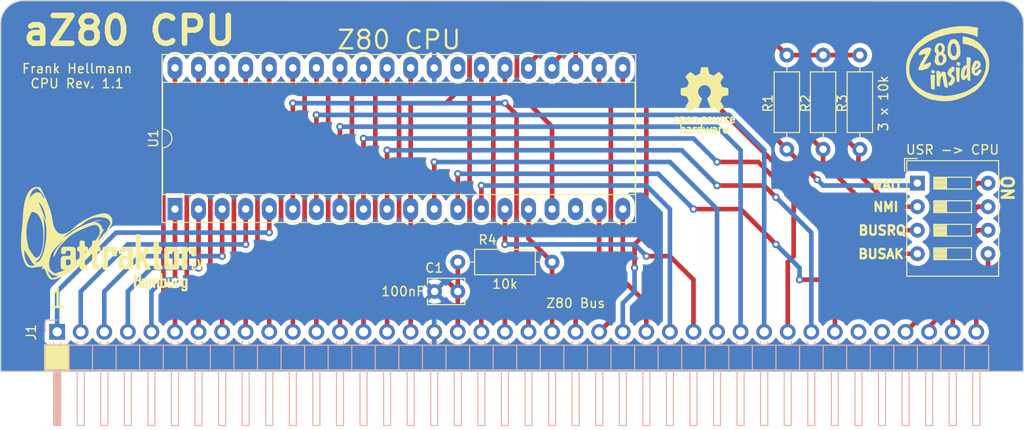
<source format=kicad_pcb>
(kicad_pcb (version 20240108) (generator "pcbnew") (generator_version "8.0")
  (layers (0 "F.Cu" signal) (31 "B.Cu" signal) (34 "B.Paste" user) (35 "F.Paste" user) (36 "B.SilkS" user "B.Silkscreen") (37 "F.SilkS" user "F.Silkscreen") (38 "B.Mask" user) (39 "F.Mask" user) (44 "Edge.Cuts" user))
  (net 0 "")
  (net 1 "/USR4")
  (net 2 "/USR3")
  (net 3 "/USR2")
  (net 4 "/USR1")
  (net 5 "/RX")
  (net 6 "/TX")
  (net 7 "/D7")
  (net 8 "/D6")
  (net 9 "/D5")
  (net 10 "/D4")
  (net 11 "/D3")
  (net 12 "/D2")
  (net 13 "/D1")
  (net 14 "/D0")
  (net 15 "/IORQ")
  (net 16 "/RD")
  (net 17 "/WR")
  (net 18 "/MREQ")
  (net 19 "INT")
  (net 20 "/CLOCK")
  (net 21 "/RESET")
  (net 22 "/M1")
  (net 23 "VCC")
  (net 24 "GND")
  (net 25 "/A0")
  (net 26 "/A1")
  (net 27 "/A2")
  (net 28 "/A3")
  (net 29 "/A4")
  (net 30 "/A5")
  (net 31 "/A6")
  (net 32 "/A7")
  (net 33 "/A8")
  (net 34 "/A9")
  (net 35 "/A10")
  (net 36 "/A11")
  (net 37 "/A12")
  (net 38 "/A13")
  (net 39 "/A14")
  (net 40 "/A15")
  (net 41 "WAIT")
  (net 42 "BUSRQ")
  (net 43 "NMI")
  (net 44 "BUSAK")
  (net 45 "HALT")
  (net 46 "RFRSH")
  (footprint "Resistor_THT:R_Axial_DIN0207_L6.3mm_D2.5mm_P10.16mm_Horizontal" (layer "F.Cu") (at 132.18 102.465)
    (property "Reference" "R4" (at 3.202 -2.389 0) (layer "F.SilkS"))
    (property "Value" "10k" (at 5.08 2.37 0) (layer "F.SilkS"))
    (pad "1" thru_hole circle (at 0 0) (size 1.6 1.6) (drill 0.8) (layers "*.Cu" "*.Mask") (net 23 "VCC"))
    (pad "2" thru_hole oval (at 10.16 0) (size 1.6 1.6) (drill 0.8) (layers "*.Cu" "*.Mask") (net 19 "INT"))
  )
  (footprint "Button_Switch_THT:SW_DIP_SPSTx04_Slide_9.78x12.34mm_W7.62mm_P2.54mm" (layer "F.Cu") (at 181.71 93.95)
    (property "Reference" "USR -> CPU" (at 3.79 -3.6 0) (layer "F.SilkS"))
    (property "Value" "Select USR")
    (pad "1" thru_hole rect (at 0 0) (size 1.6 1.6) (drill 0.8) (layers "*.Cu" "*.Mask") (net 41 "WAIT"))
    (pad "2" thru_hole oval (at 0 2.54) (size 1.6 1.6) (drill 0.8) (layers "*.Cu" "*.Mask") (net 43 "NMI"))
    (pad "3" thru_hole oval (at 0 5.08) (size 1.6 1.6) (drill 0.8) (layers "*.Cu" "*.Mask") (net 42 "BUSRQ"))
    (pad "4" thru_hole oval (at 0 7.62) (size 1.6 1.6) (drill 0.8) (layers "*.Cu" "*.Mask") (net 44 "BUSAK"))
    (pad "5" thru_hole oval (at 7.62 7.62) (size 1.6 1.6) (drill 0.8) (layers "*.Cu" "*.Mask") (net 1 "/USR4"))
    (pad "6" thru_hole oval (at 7.62 5.08) (size 1.6 1.6) (drill 0.8) (layers "*.Cu" "*.Mask") (net 2 "/USR3"))
    (pad "7" thru_hole oval (at 7.62 2.54) (size 1.6 1.6) (drill 0.8) (layers "*.Cu" "*.Mask") (net 3 "/USR2"))
    (pad "8" thru_hole oval (at 7.62 0) (size 1.6 1.6) (drill 0.8) (layers "*.Cu" "*.Mask") (net 4 "/USR1"))
  )
  (footprint "Package_DIP:DIP-40_W15.24mm_Socket_LongPads" (layer "F.Cu") (at 101.7 96.75 90)
    (property "Reference" "U1" (at 7.62 -2.33 90) (layer "F.SilkS"))
    (property "Value" "Z80CPU")
    (pad "1" thru_hole rect (at 0 0 90) (size 2.4 1.6) (drill 0.8) (layers "*.Cu" "*.Mask") (net 36 "/A11"))
    (pad "2" thru_hole oval (at 0 2.54 90) (size 2.4 1.6) (drill 0.8) (layers "*.Cu" "*.Mask") (net 37 "/A12"))
    (pad "3" thru_hole oval (at 0 5.08 90) (size 2.4 1.6) (drill 0.8) (layers "*.Cu" "*.Mask") (net 38 "/A13"))
    (pad "4" thru_hole oval (at 0 7.62 90) (size 2.4 1.6) (drill 0.8) (layers "*.Cu" "*.Mask") (net 39 "/A14"))
    (pad "5" thru_hole oval (at 0 10.16 90) (size 2.4 1.6) (drill 0.8) (layers "*.Cu" "*.Mask") (net 40 "/A15"))
    (pad "6" thru_hole oval (at 0 12.7 90) (size 2.4 1.6) (drill 0.8) (layers "*.Cu" "*.Mask") (net 20 "/CLOCK"))
    (pad "7" thru_hole oval (at 0 15.24 90) (size 2.4 1.6) (drill 0.8) (layers "*.Cu" "*.Mask") (net 10 "/D4"))
    (pad "8" thru_hole oval (at 0 17.78 90) (size 2.4 1.6) (drill 0.8) (layers "*.Cu" "*.Mask") (net 11 "/D3"))
    (pad "9" thru_hole oval (at 0 20.32 90) (size 2.4 1.6) (drill 0.8) (layers "*.Cu" "*.Mask") (net 9 "/D5"))
    (pad "10" thru_hole oval (at 0 22.86 90) (size 2.4 1.6) (drill 0.8) (layers "*.Cu" "*.Mask") (net 8 "/D6"))
    (pad "11" thru_hole oval (at 0 25.4 90) (size 2.4 1.6) (drill 0.8) (layers "*.Cu" "*.Mask") (net 23 "VCC"))
    (pad "12" thru_hole oval (at 0 27.94 90) (size 2.4 1.6) (drill 0.8) (layers "*.Cu" "*.Mask") (net 12 "/D2"))
    (pad "13" thru_hole oval (at 0 30.48 90) (size 2.4 1.6) (drill 0.8) (layers "*.Cu" "*.Mask") (net 7 "/D7"))
    (pad "14" thru_hole oval (at 0 33.02 90) (size 2.4 1.6) (drill 0.8) (layers "*.Cu" "*.Mask") (net 14 "/D0"))
    (pad "15" thru_hole oval (at 0 35.56 90) (size 2.4 1.6) (drill 0.8) (layers "*.Cu" "*.Mask") (net 13 "/D1"))
    (pad "16" thru_hole oval (at 0 38.1 90) (size 2.4 1.6) (drill 0.8) (layers "*.Cu" "*.Mask") (net 19 "INT"))
    (pad "17" thru_hole oval (at 0 40.64 90) (size 2.4 1.6) (drill 0.8) (layers "*.Cu" "*.Mask") (net 43 "NMI"))
    (pad "18" thru_hole oval (at 0 43.18 90) (size 2.4 1.6) (drill 0.8) (layers "*.Cu" "*.Mask") (net 45 "HALT"))
    (pad "19" thru_hole oval (at 0 45.72 90) (size 2.4 1.6) (drill 0.8) (layers "*.Cu" "*.Mask") (net 18 "/MREQ"))
    (pad "20" thru_hole oval (at 0 48.26 90) (size 2.4 1.6) (drill 0.8) (layers "*.Cu" "*.Mask") (net 15 "/IORQ"))
    (pad "21" thru_hole oval (at 15.24 48.26 90) (size 2.4 1.6) (drill 0.8) (layers "*.Cu" "*.Mask") (net 16 "/RD"))
    (pad "22" thru_hole oval (at 15.24 45.72 90) (size 2.4 1.6) (drill 0.8) (layers "*.Cu" "*.Mask") (net 17 "/WR"))
    (pad "23" thru_hole oval (at 15.24 43.18 90) (size 2.4 1.6) (drill 0.8) (layers "*.Cu" "*.Mask") (net 44 "BUSAK"))
    (pad "24" thru_hole oval (at 15.24 40.64 90) (size 2.4 1.6) (drill 0.8) (layers "*.Cu" "*.Mask") (net 41 "WAIT"))
    (pad "25" thru_hole oval (at 15.24 38.1 90) (size 2.4 1.6) (drill 0.8) (layers "*.Cu" "*.Mask") (net 42 "BUSRQ"))
    (pad "26" thru_hole oval (at 15.24 35.56 90) (size 2.4 1.6) (drill 0.8) (layers "*.Cu" "*.Mask") (net 21 "/RESET"))
    (pad "27" thru_hole oval (at 15.24 33.02 90) (size 2.4 1.6) (drill 0.8) (layers "*.Cu" "*.Mask") (net 22 "/M1"))
    (pad "28" thru_hole oval (at 15.24 30.48 90) (size 2.4 1.6) (drill 0.8) (layers "*.Cu" "*.Mask") (net 46 "RFRSH"))
    (pad "29" thru_hole oval (at 15.24 27.94 90) (size 2.4 1.6) (drill 0.8) (layers "*.Cu" "*.Mask") (net 24 "GND"))
    (pad "30" thru_hole oval (at 15.24 25.4 90) (size 2.4 1.6) (drill 0.8) (layers "*.Cu" "*.Mask") (net 25 "/A0"))
    (pad "31" thru_hole oval (at 15.24 22.86 90) (size 2.4 1.6) (drill 0.8) (layers "*.Cu" "*.Mask") (net 26 "/A1"))
    (pad "32" thru_hole oval (at 15.24 20.32 90) (size 2.4 1.6) (drill 0.8) (layers "*.Cu" "*.Mask") (net 27 "/A2"))
    (pad "33" thru_hole oval (at 15.24 17.78 90) (size 2.4 1.6) (drill 0.8) (layers "*.Cu" "*.Mask") (net 28 "/A3"))
    (pad "34" thru_hole oval (at 15.24 15.24 90) (size 2.4 1.6) (drill 0.8) (layers "*.Cu" "*.Mask") (net 29 "/A4"))
    (pad "35" thru_hole oval (at 15.24 12.7 90) (size 2.4 1.6) (drill 0.8) (layers "*.Cu" "*.Mask") (net 30 "/A5"))
    (pad "36" thru_hole oval (at 15.24 10.16 90) (size 2.4 1.6) (drill 0.8) (layers "*.Cu" "*.Mask") (net 31 "/A6"))
    (pad "37" thru_hole oval (at 15.24 7.62 90) (size 2.4 1.6) (drill 0.8) (layers "*.Cu" "*.Mask") (net 32 "/A7"))
    (pad "38" thru_hole oval (at 15.24 5.08 90) (size 2.4 1.6) (drill 0.8) (layers "*.Cu" "*.Mask") (net 33 "/A8"))
    (pad "39" thru_hole oval (at 15.24 2.54 90) (size 2.4 1.6) (drill 0.8) (layers "*.Cu" "*.Mask") (net 34 "/A9"))
    (pad "40" thru_hole oval (at 15.24 0 90) (size 2.4 1.6) (drill 0.8) (layers "*.Cu" "*.Mask") (net 35 "/A10"))
  )
  (footprint "Capacitor_THT:C_Disc_D3.8mm_W2.6mm_P2.50mm" (layer "F.Cu") (at 132.18 105.64 180)
    (property "Reference" "C1" (at 2.54 2.54 0) (layer "F.SilkS"))
    (property "Value" "100nF" (at 5.93 0 0) (layer "F.SilkS"))
    (pad "1" thru_hole circle (at 0 0 180) (size 1.6 1.6) (drill 0.8) (layers "*.Cu" "*.Mask") (net 23 "VCC"))
    (pad "2" thru_hole circle (at 2.5 0 180) (size 1.6 1.6) (drill 0.8) (layers "*.Cu" "*.Mask") (net 24 "GND"))
  )
  (footprint "Resistor_THT:R_Axial_DIN0207_L6.3mm_D2.5mm_P10.16mm_Horizontal" (layer "F.Cu") (at 171.55 80.137 -90)
    (property "Reference" "R2" (at 5.207 1.878 90) (layer "F.SilkS"))
    (property "Value" "10k")
    (pad "1" thru_hole circle (at 0 0 270) (size 1.6 1.6) (drill 0.8) (layers "*.Cu" "*.Mask") (net 23 "VCC"))
    (pad "2" thru_hole oval (at 10.16 0 270) (size 1.6 1.6) (drill 0.8) (layers "*.Cu" "*.Mask") (net 42 "BUSRQ"))
  )
  (footprint "Resistor_THT:R_Axial_DIN0207_L6.3mm_D2.5mm_P10.16mm_Horizontal" (layer "F.Cu") (at 175.514 80.137 -90)
    (property "Reference" "R3" (at 5.207 1.905 90) (layer "F.SilkS"))
    (property "Value" "3 x 10k" (at 5.207 -2.54 90) (layer "F.SilkS"))
    (pad "1" thru_hole circle (at 0 0 270) (size 1.6 1.6) (drill 0.8) (layers "*.Cu" "*.Mask") (net 23 "VCC"))
    (pad "2" thru_hole oval (at 10.16 0 270) (size 1.6 1.6) (drill 0.8) (layers "*.Cu" "*.Mask") (net 43 "NMI"))
  )
  (footprint "Backplane:attraktor" (layer "F.Cu") (at 95 100.2)
    (property "Reference" "G***" (hide yes))
    (property "Value" "LOGO" (hide yes))
  )
  (footprint "Backplane:osh_logo" (layer "F.Cu") (at 158.75 85.217)
    (property "Reference" "G***" (hide yes))
    (property "Value" "LOGO" (hide yes))
  )
  (footprint "Backplane:Z80_inside" (layer "F.Cu") (at 184.95 81)
    (property "Reference" "G***" (hide yes))
    (property "Value" "LOGO" (hide yes))
  )
  (footprint "Resistor_THT:R_Axial_DIN0207_L6.3mm_D2.5mm_P10.16mm_Horizontal" (layer "F.Cu") (at 167.64 80.137 -90)
    (property "Reference" "R1" (at 5.207 2.032 90) (layer "F.SilkS"))
    (property "Value" "10k")
    (pad "1" thru_hole circle (at 0 0 270) (size 1.6 1.6) (drill 0.8) (layers "*.Cu" "*.Mask") (net 23 "VCC"))
    (pad "2" thru_hole oval (at 10.16 0 270) (size 1.6 1.6) (drill 0.8) (layers "*.Cu" "*.Mask") (net 41 "WAIT"))
  )
  (footprint "Connector_PinHeader_2.54mm:PinHeader_1x40_P2.54mm_Horizontal" (layer "B.Cu") (at 89 110 -90)
    (property "Reference" "J1" (at 0.05 2.8 90) (layer "F.SilkS"))
    (property "Value" "Z80 Bus" (at -3.09 -55.88 0) (layer "F.SilkS"))
    (pad "1" thru_hole rect (at 0 0 270) (size 1.7 1.7) (drill 1) (layers "*.Cu" "*.Mask") (net 40 "/A15"))
    (pad "2" thru_hole oval (at 0 -2.54 270) (size 1.7 1.7) (drill 1) (layers "*.Cu" "*.Mask") (net 39 "/A14"))
    (pad "3" thru_hole oval (at 0 -5.08 270) (size 1.7 1.7) (drill 1) (layers "*.Cu" "*.Mask") (net 38 "/A13"))
    (pad "4" thru_hole oval (at 0 -7.62 270) (size 1.7 1.7) (drill 1) (layers "*.Cu" "*.Mask") (net 37 "/A12"))
    (pad "5" thru_hole oval (at 0 -10.16 270) (size 1.7 1.7) (drill 1) (layers "*.Cu" "*.Mask") (net 36 "/A11"))
    (pad "6" thru_hole oval (at 0 -12.7 270) (size 1.7 1.7) (drill 1) (layers "*.Cu" "*.Mask") (net 35 "/A10"))
    (pad "7" thru_hole oval (at 0 -15.24 270) (size 1.7 1.7) (drill 1) (layers "*.Cu" "*.Mask") (net 34 "/A9"))
    (pad "8" thru_hole oval (at 0 -17.78 270) (size 1.7 1.7) (drill 1) (layers "*.Cu" "*.Mask") (net 33 "/A8"))
    (pad "9" thru_hole oval (at 0 -20.32 270) (size 1.7 1.7) (drill 1) (layers "*.Cu" "*.Mask") (net 32 "/A7"))
    (pad "10" thru_hole oval (at 0 -22.86 270) (size 1.7 1.7) (drill 1) (layers "*.Cu" "*.Mask") (net 31 "/A6"))
    (pad "11" thru_hole oval (at 0 -25.4 270) (size 1.7 1.7) (drill 1) (layers "*.Cu" "*.Mask") (net 30 "/A5"))
    (pad "12" thru_hole oval (at 0 -27.94 270) (size 1.7 1.7) (drill 1) (layers "*.Cu" "*.Mask") (net 29 "/A4"))
    (pad "13" thru_hole oval (at 0 -30.48 270) (size 1.7 1.7) (drill 1) (layers "*.Cu" "*.Mask") (net 28 "/A3"))
    (pad "14" thru_hole oval (at 0 -33.02 270) (size 1.7 1.7) (drill 1) (layers "*.Cu" "*.Mask") (net 27 "/A2"))
    (pad "15" thru_hole oval (at 0 -35.56 270) (size 1.7 1.7) (drill 1) (layers "*.Cu" "*.Mask") (net 26 "/A1"))
    (pad "16" thru_hole oval (at 0 -38.1 270) (size 1.7 1.7) (drill 1) (layers "*.Cu" "*.Mask") (net 25 "/A0"))
    (pad "17" thru_hole oval (at 0 -40.64 270) (size 1.7 1.7) (drill 1) (layers "*.Cu" "*.Mask") (net 24 "GND"))
    (pad "18" thru_hole oval (at 0 -43.18 270) (size 1.7 1.7) (drill 1) (layers "*.Cu" "*.Mask") (net 23 "VCC"))
    (pad "19" thru_hole oval (at 0 -45.72 270) (size 1.7 1.7) (drill 1) (layers "*.Cu" "*.Mask") (net 22 "/M1"))
    (pad "20" thru_hole oval (at 0 -48.26 270) (size 1.7 1.7) (drill 1) (layers "*.Cu" "*.Mask") (net 21 "/RESET"))
    (pad "21" thru_hole oval (at 0 -50.8 270) (size 1.7 1.7) (drill 1) (layers "*.Cu" "*.Mask") (net 20 "/CLOCK"))
    (pad "22" thru_hole oval (at 0 -53.34 270) (size 1.7 1.7) (drill 1) (layers "*.Cu" "*.Mask") (net 19 "INT"))
    (pad "23" thru_hole oval (at 0 -55.88 270) (size 1.7 1.7) (drill 1) (layers "*.Cu" "*.Mask") (net 18 "/MREQ"))
    (pad "24" thru_hole oval (at 0 -58.42 270) (size 1.7 1.7) (drill 1) (layers "*.Cu" "*.Mask") (net 17 "/WR"))
    (pad "25" thru_hole oval (at 0 -60.96 270) (size 1.7 1.7) (drill 1) (layers "*.Cu" "*.Mask") (net 16 "/RD"))
    (pad "26" thru_hole oval (at 0 -63.5 270) (size 1.7 1.7) (drill 1) (layers "*.Cu" "*.Mask") (net 15 "/IORQ"))
    (pad "27" thru_hole oval (at 0 -66.04 270) (size 1.7 1.7) (drill 1) (layers "*.Cu" "*.Mask") (net 14 "/D0"))
    (pad "28" thru_hole oval (at 0 -68.58 270) (size 1.7 1.7) (drill 1) (layers "*.Cu" "*.Mask") (net 13 "/D1"))
    (pad "29" thru_hole oval (at 0 -71.12 270) (size 1.7 1.7) (drill 1) (layers "*.Cu" "*.Mask") (net 12 "/D2"))
    (pad "30" thru_hole oval (at 0 -73.66 270) (size 1.7 1.7) (drill 1) (layers "*.Cu" "*.Mask") (net 11 "/D3"))
    (pad "31" thru_hole oval (at 0 -76.2 270) (size 1.7 1.7) (drill 1) (layers "*.Cu" "*.Mask") (net 10 "/D4"))
    (pad "32" thru_hole oval (at 0 -78.74 270) (size 1.7 1.7) (drill 1) (layers "*.Cu" "*.Mask") (net 9 "/D5"))
    (pad "33" thru_hole oval (at 0 -81.28 270) (size 1.7 1.7) (drill 1) (layers "*.Cu" "*.Mask") (net 8 "/D6"))
    (pad "34" thru_hole oval (at 0 -83.82 270) (size 1.7 1.7) (drill 1) (layers "*.Cu" "*.Mask") (net 7 "/D7"))
    (pad "35" thru_hole oval (at 0 -86.36 270) (size 1.7 1.7) (drill 1) (layers "*.Cu" "*.Mask") (net 6 "/TX"))
    (pad "36" thru_hole oval (at 0 -88.9 270) (size 1.7 1.7) (drill 1) (layers "*.Cu" "*.Mask") (net 5 "/RX"))
    (pad "37" thru_hole oval (at 0 -91.44 270) (size 1.7 1.7) (drill 1) (layers "*.Cu" "*.Mask") (net 4 "/USR1"))
    (pad "38" thru_hole oval (at 0 -93.98 270) (size 1.7 1.7) (drill 1) (layers "*.Cu" "*.Mask") (net 3 "/USR2"))
    (pad "39" thru_hole oval (at 0 -96.52 270) (size 1.7 1.7) (drill 1) (layers "*.Cu" "*.Mask") (net 2 "/USR3"))
    (pad "40" thru_hole oval (at 0 -99.06 270) (size 1.7 1.7) (drill 1) (layers "*.Cu" "*.Mask") (net 1 "/USR4"))
  )
  (gr_poly (pts (xy 87.63 111.379) (xy 90.297 111.379) (xy 90.297 114.173) (xy 87.63 114.173)) (stroke (width 0.1)) (fill solid) (layer "F.SilkS"))
  (gr_arc (start 82.9 76.75) (mid 83.632233 74.982233) (end 85.4 74.25) (stroke (width 0.12)) (layer "Edge.Cuts"))
  (gr_arc (start 190.66 74.26) (mid 192.420696 74.989304) (end 193.15 76.75) (stroke (width 0.12)) (layer "Edge.Cuts"))
  (gr_line (start 85.4 74.25) (end 190.66 74.26) (stroke (width 0.12)) (layer "Edge.Cuts"))
  (gr_line (start 82.9 114.276) (end 82.9 76.75) (stroke (width 0.12)) (layer "Edge.Cuts"))
  (gr_line (start 193.15 76.75) (end 193.14 114.276) (stroke (width 0.12)) (layer "Edge.Cuts"))
  (gr_line (start 193.14 114.276) (end 82.904 114.276) (stroke (width 0.12)) (layer "Edge.Cuts"))
  (gr_text "BUSAK" (at 177.8 101.6 0) (layer "F.SilkS") (effects (font (size 1 1) (thickness 0.25))))
  (gr_text "aZ80 CPU" (at 96.8 77.5 0) (layer "F.SilkS") (effects (font (size 3 3) (thickness 0.6))))
  (gr_text "NMI" (at 178.308 96.52 0) (layer "F.SilkS") (effects (font (size 1 1) (thickness 0.25))))
  (gr_text "BUSRQ\n" (at 177.927 99.06 0) (layer "F.SilkS") (effects (font (size 1 1) (thickness 0.25))))
  (gr_text "Z80 CPU" (at 125.857 78.486 0) (layer "F.SilkS") (effects (font (size 2 2) (thickness 0.25))))
  (gr_text "WAIT" (at 178.435 94.107 0) (layer "F.SilkS") (effects (font (size 1 1) (thickness 0.25))))
  (gr_text "Frank Hellmann\nCPU Rev. 1.1" (at 91.15 82.4 0) (layer "F.SilkS") (effects (font (size 1 1))))
  (gr_text "1" (at 89.05 106.4 0) (layer "F.SilkS") (effects (font (size 2 2) (thickness 0.25))))
  (gr_text "ON" (at 191.389 94.488 270) (layer "F.SilkS") (effects (font (size 1.25 1.25) (thickness 0.3))))
  (segment (start 188.06 108.18) (end 188.06 110) (width 0.5) (layer "F.Cu") (net 1))
  (segment (start 189.33 101.57) (end 189.33 106.91) (width 0.5) (layer "F.Cu") (net 1))
  (segment (start 189.33 106.91) (end 188.06 108.18) (width 0.5) (layer "F.Cu") (net 1))
  (segment (start 186.79 106.91) (end 185.52 108.18) (width 0.5) (layer "F.Cu") (net 2))
  (segment (start 186.79 100.43863) (end 186.79 106.91) (width 0.5) (layer "F.Cu") (net 2))
  (segment (start 185.52 108.18) (end 185.52 110) (width 0.5) (layer "F.Cu") (net 2))
  (segment (start 188.19863 99.03) (end 186.79 100.43863) (width 0.5) (layer "F.Cu") (net 2))
  (segment (start 189.33 99.03) (end 188.19863 99.03) (width 0.5) (layer "F.Cu") (net 2))
  (segment (start 189.33 96.49) (end 188.19863 96.49) (width 0.5) (layer "F.Cu") (net 3))
  (segment (start 185.52 106.91) (end 182.98 109.45) (width 0.5) (layer "F.Cu") (net 3))
  (segment (start 182.98 109.45) (end 182.98 110) (width 0.5) (layer "F.Cu") (net 3))
  (segment (start 185.52 99.16863) (end 185.52 106.91) (width 0.5) (layer "F.Cu") (net 3))
  (segment (start 188.19863 96.49) (end 185.52 99.16863) (width 0.5) (layer "F.Cu") (net 3))
  (segment (start 188.19863 93.95) (end 184.25 97.89863) (width 0.5) (layer "F.Cu") (net 4))
  (segment (start 189.33 93.95) (end 188.19863 93.95) (width 0.5) (layer "F.Cu") (net 4))
  (segment (start 184.25 97.89863) (end 184.25 106.19) (width 0.5) (layer "F.Cu") (net 4))
  (segment (start 184.25 106.19) (end 180.44 110) (width 0.5) (layer "F.Cu") (net 4))
  (segment (start 172.82 105.64) (end 172.82 110) (width 0.5) (layer "F.Cu") (net 7))
  (segment (start 157.58 96.75) (end 162.66 96.75) (width 0.5) (layer "F.Cu") (net 7))
  (segment (start 162.66 96.75) (end 166.47 100.56) (width 0.5) (layer "F.Cu") (net 7))
  (segment (start 171.55 104.37) (end 172.82 105.64) (width 0.5) (layer "F.Cu") (net 7))
  (segment (start 132.18 96.75) (end 132.18 92.94) (width 0.5) (layer "F.Cu") (net 7))
  (segment (start 169.01 104.37) (end 171.55 104.37) (width 0.5) (layer "F.Cu") (net 7))
  (via (at 169.01 104.37) (size 0.8) (drill 0.4) (layers "F.Cu" "B.Cu") (net 7))
  (via (at 157.58 96.75) (size 0.8) (drill 0.4) (layers "F.Cu" "B.Cu") (net 7))
  (via (at 132.18 92.94) (size 0.8) (drill 0.4) (layers "F.Cu" "B.Cu") (net 7))
  (via (at 157.58 96.75) (size 0.8) (drill 0.4) (layers "F.Cu" "B.Cu") (net 7))
  (via (at 166.47 100.56) (size 0.8) (drill 0.4) (layers "F.Cu" "B.Cu") (net 7))
  (segment (start 132.18 92.94) (end 153.77 92.94) (width 0.5) (layer "B.Cu") (net 7))
  (segment (start 169.01 103.1) (end 169.01 104.37) (width 0.5) (layer "B.Cu") (net 7))
  (segment (start 153.77 92.94) (end 157.58 96.75) (width 0.5) (layer "B.Cu") (net 7))
  (segment (start 166.47 100.56) (end 169.01 103.1) (width 0.5) (layer "B.Cu") (net 7))
  (segment (start 124.56 96.75) (end 124.56 90.4) (width 0.5) (layer "F.Cu") (net 8))
  (segment (start 165.2 94.21) (end 166.47 95.48) (width 0.5) (layer "F.Cu") (net 8))
  (segment (start 160.12 94.21) (end 165.2 94.21) (width 0.5) (layer "F.Cu") (net 8))
  (via (at 166.47 95.48) (size 0.8) (drill 0.4) (layers "F.Cu" "B.Cu") (net 8))
  (via (at 124.56 90.4) (size 0.8) (drill 0.4) (layers "F.Cu" "B.Cu") (net 8))
  (via (at 160.12 94.21) (size 0.8) (drill 0.4) (layers "F.Cu" "B.Cu") (net 8))
  (segment (start 170.28 99.29) (end 170.28 110) (width 0.5) (layer "B.Cu") (net 8))
  (segment (start 124.56 90.4) (end 156.31 90.4) (width 0.5) (layer "B.Cu") (net 8))
  (segment (start 156.31 90.4) (end 160.12 94.21) (width 0.5) (layer "B.Cu") (net 8))
  (segment (start 166.47 95.48) (end 170.28 99.29) (width 0.5) (layer "B.Cu") (net 8))
  (segment (start 167.74 102.465) (end 167.74 110) (width 0.5) (layer "F.Cu") (net 9))
  (segment (start 164.565 91.67) (end 168.375 95.48) (width 0.5) (layer "F.Cu") (net 9))
  (segment (start 160.12 91.67) (end 164.565 91.67) (width 0.5) (layer "F.Cu") (net 9))
  (segment (start 168.375 95.48) (end 168.375 101.83) (width 0.5) (layer "F.Cu") (net 9))
  (segment (start 122.02 96.75) (end 122.02 89.13) (width 0.5) (layer "F.Cu") (net 9))
  (segment (start 168.375 101.83) (end 167.74 102.465) (width 0.5) (layer "F.Cu") (net 9))
  (via (at 122.02 89.13) (size 0.8) (drill 0.4) (layers "F.Cu" "B.Cu") (net 9))
  (via (at 160.12 91.67) (size 0.8) (drill 0.4) (layers "F.Cu" "B.Cu") (net 9))
  (segment (start 157.58 89.13) (end 160.12 91.67) (width 0.5) (layer "B.Cu") (net 9))
  (segment (start 122.02 89.13) (end 157.58 89.13) (width 0.5) (layer "B.Cu") (net 9))
  (segment (start 116.94 96.75) (end 116.94 86.59) (width 0.5) (layer "F.Cu") (net 10))
  (via (at 116.94 86.59) (size 0.8) (drill 0.4) (layers "F.Cu" "B.Cu") (net 10))
  (segment (start 116.94 86.59) (end 161.39 86.59) (width 0.5) (layer "B.Cu") (net 10))
  (segment (start 161.39 86.59) (end 165.2 90.4) (width 0.5) (layer "B.Cu") (net 10))
  (segment (start 165.2 90.4) (end 165.2 110) (width 0.5) (layer "B.Cu") (net 10))
  (segment (start 119.48 96.75) (end 119.48 87.86) (width 0.5) (layer "F.Cu") (net 11))
  (via (at 119.48 87.86) (size 0.8) (drill 0.4) (layers "F.Cu" "B.Cu") (net 11))
  (segment (start 119.48 87.86) (end 160.12 87.86) (width 0.5) (layer "B.Cu") (net 11))
  (segment (start 160.12 87.86) (end 162.66 90.4) (width 0.5) (layer "B.Cu") (net 11))
  (segment (start 162.66 90.4) (end 162.66 110) (width 0.5) (layer "B.Cu") (net 11))
  (segment (start 129.64 96.75) (end 129.64 91.67) (width 0.5) (layer "F.Cu") (net 12))
  (via (at 129.64 91.67) (size 0.8) (drill 0.4) (layers "F.Cu" "B.Cu") (net 12))
  (segment (start 160.12 96.75) (end 160.12 110) (width 0.5) (layer "B.Cu") (net 12))
  (segment (start 155.04 91.67) (end 160.12 96.75) (width 0.5) (layer "B.Cu") (net 12))
  (segment (start 129.64 91.67) (end 155.04 91.67) (width 0.5) (layer "B.Cu") (net 12))
  (segment (start 137.26 96.75) (end 137.26 100.56) (width 0.5) (layer "F.Cu") (net 13))
  (segment (start 157.58 104.37) (end 157.58 110) (width 0.5) (layer "F.Cu") (net 13))
  (segment (start 155.04 101.83) (end 157.58 104.37) (width 0.5) (layer "F.Cu") (net 13))
  (segment (start 152.5 101.83) (end 155.04 101.83) (width 0.5) (layer "F.Cu") (net 13))
  (via (at 137.26 100.56) (size 0.8) (drill 0.4) (layers "F.Cu" "B.Cu") (net 13))
  (via (at 152.5 101.83) (size 0.8) (drill 0.4) (layers "F.Cu" "B.Cu") (net 13))
  (segment (start 151.23 100.56) (end 152.5 101.83) (width 0.5) (layer "B.Cu") (net 13))
  (segment (start 137.26 100.56) (end 151.23 100.56) (width 0.5) (layer "B.Cu") (net 13))
  (segment (start 134.72 96.75) (end 134.72 94.21) (width 0.5) (layer "F.Cu") (net 14))
  (via (at 134.72 94.21) (size 0.8) (drill 0.4) (layers "F.Cu" "B.Cu") (net 14))
  (segment (start 155.04 96.75) (end 155.04 110) (width 0.5) (layer "B.Cu") (net 14))
  (segment (start 152.5 94.21) (end 155.04 96.75) (width 0.5) (layer "B.Cu") (net 14))
  (segment (start 134.72 94.21) (end 152.5 94.21) (width 0.5) (layer "B.Cu") (net 14))
  (segment (start 149.96 96.75) (end 149.96 104.37) (width 0.5) (layer "F.Cu") (net 15))
  (segment (start 149.96 104.37) (end 152.5 106.91) (width 0.5) (layer "F.Cu") (net 15))
  (segment (start 152.5 106.91) (end 152.5 110) (width 0.5) (layer "F.Cu") (net 15))
  (segment (start 152.5 85.75) (end 152.5 99.29) (width 0.5) (layer "F.Cu") (net 16))
  (segment (start 151.23 100.56) (end 151.23 103.1) (width 0.5) (layer "F.Cu") (net 16))
  (segment (start 149.96 83.21) (end 152.5 85.75) (width 0.5) (layer "F.Cu") (net 16))
  (segment (start 152.5 99.29) (end 151.23 100.56) (width 0.5) (layer "F.Cu") (net 16))
  (segment (start 149.96 81.51) (end 149.96 83.21) (width 0.5) (layer "F.Cu") (net 16))
  (via (at 151.23 103.1) (size 0.8) (drill 0.4) (layers "F.Cu" "B.Cu") (net 16))
  (segment (start 149.96 106.91) (end 149.96 110) (width 0.5) (layer "B.Cu") (net 16))
  (segment (start 151.23 105.64) (end 149.96 106.91) (width 0.5) (layer "B.Cu") (net 16))
  (segment (start 151.23 103.1) (end 151.23 105.64) (width 0.5) (layer "B.Cu") (net 16))
  (segment (start 147.42 83.21) (end 148.67001 84.46001) (width 0.5) (layer "F.Cu") (net 17))
  (segment (start 148.67001 108.74999) (end 148.269999 109.150001) (width 0.5) (layer "F.Cu") (net 17))
  (segment (start 147.42 81.51) (end 147.42 83.21) (width 0.5) (layer "F.Cu") (net 17))
  (segment (start 148.269999 109.150001) (end 147.42 110) (width 0.5) (layer "F.Cu") (net 17))
  (segment (start 148.67001 84.46001) (end 148.67001 108.74999) (width 0.5) (layer "F.Cu") (net 17))
  (segment (start 147.42 96.75) (end 147.42 104.37) (width 0.5) (layer "F.Cu") (net 18))
  (segment (start 147.42 104.37) (end 144.88 106.91) (width 0.5) (layer "F.Cu") (net 18))
  (segment (start 144.88 106.91) (end 144.88 110) (width 0.5) (layer "F.Cu") (net 18))
  (segment (start 139.8 96.75) (end 139.8 99.925) (width 0.5) (layer "F.Cu") (net 19))
  (segment (start 142.34 102.465) (end 142.34 108.18) (width 0.5) (layer "F.Cu") (net 19))
  (segment (start 142.34 108.18) (end 142.34 110) (width 0.5) (layer "F.Cu") (net 19))
  (segment (start 139.8 99.925) (end 142.34 102.465) (width 0.5) (layer "F.Cu") (net 19))
  (segment (start 138.53 86.59) (end 137.26 85.32) (width 0.5) (layer "F.Cu") (net 20))
  (segment (start 138.51001 86.60999) (end 138.53 86.59) (width 0.5) (layer "F.Cu") (net 20))
  (segment (start 138.51001 103.71501) (end 138.53 103.735) (width 0.5) (layer "F.Cu") (net 20))
  (segment (start 138.51001 100.88499) (end 138.51001 103.71501) (width 0.5) (layer "F.Cu") (net 20))
  (segment (start 114.4 96.75) (end 114.4 85.32) (width 0.5) (layer "F.Cu") (net 20))
  (segment (start 138.51001 100.88499) (end 138.51001 86.60999) (width 0.5) (layer "F.Cu") (net 20))
  (segment (start 138.53 106.91) (end 138.53 103.735) (width 0.5) (layer "F.Cu") (net 20))
  (segment (start 139.8 108.18) (end 138.53 106.91) (width 0.5) (layer "F.Cu") (net 20))
  (segment (start 139.8 110) (end 139.8 108.18) (width 0.5) (layer "F.Cu") (net 20))
  (segment (start 138.51001 101.21499) (end 138.51001 100.88499) (width 0.5) (layer "F.Cu") (net 20))
  (via (at 137.26 85.32) (size 0.8) (drill 0.4) (layers "F.Cu" "B.Cu") (net 20))
  (via (at 114.4 85.32) (size 0.8) (drill 0.4) (layers "F.Cu" "B.Cu") (net 20))
  (segment (start 114.4 85.32) (end 137.26 85.32) (width 0.5) (layer "B.Cu") (net 20))
  (segment (start 137.26 81.51) (end 137.26 83.21) (width 0.5) (layer "F.Cu") (net 21))
  (segment (start 137.26 83.21) (end 136.00999 84.46001) (width 0.5) (layer "F.Cu") (net 21))
  (segment (start 137.26 106.91) (end 137.26 110) (width 0.5) (layer "F.Cu") (net 21))
  (segment (start 136.00999 84.46001) (end 136.00999 105.65999) (width 0.5) (layer "F.Cu") (net 21))
  (segment (start 136.00999 105.65999) (end 137.26 106.91) (width 0.5) (layer "F.Cu") (net 21))
  (segment (start 134.72 110) (end 134.72 100.56) (width 0.5) (layer "F.Cu") (net 22))
  (segment (start 134.72 83.21) (end 134.72 81.51) (width 0.5) (layer "F.Cu") (net 22))
  (segment (start 133.45 84.48) (end 134.72 83.21) (width 0.5) (layer "F.Cu") (net 22))
  (segment (start 134.72 100.56) (end 133.45 99.29) (width 0.5) (layer "F.Cu") (net 22))
  (segment (start 133.45 99.29) (end 133.45 84.48) (width 0.5) (layer "F.Cu") (net 22))
  (segment (start 132.18 102.465) (end 132.18 105.64) (width 0.5) (layer "F.Cu") (net 23))
  (segment (start 167.64 80.137) (end 171.55 80.137) (width 0.5) (layer "F.Cu") (net 23))
  (segment (start 127.1 100.56) (end 127.1 96.75) (width 0.5) (layer "F.Cu") (net 23))
  (segment (start 132.18 105.64) (end 127.1 100.56) (width 0.5) (layer "F.Cu") (net 23))
  (segment (start 132.18 110) (end 132.18 105.64) (width 0.5) (layer "F.Cu") (net 23))
  (segment (start 133.45 82.78) (end 133.45 79.605) (width 0.5) (layer "F.Cu") (net 23))
  (segment (start 127.1 85.32) (end 130.91 85.32) (width 0.5) (layer "F.Cu") (net 23))
  (segment (start 171.55 80.137) (end 175.26 80.137) (width 0.5) (layer "F.Cu") (net 23))
  (segment (start 133.45 79.605) (end 136.88504 76.16996) (width 0.5) (layer "F.Cu") (net 23))
  (segment (start 136.88504 76.16996) (end 163.67296 76.16996) (width 0.5) (layer "F.Cu") (net 23))
  (segment (start 127.1 96.75) (end 127.1 85.32) (width 0.5) (layer "F.Cu") (net 23))
  (segment (start 163.67296 76.16996) (end 167.64 80.137) (width 0.5) (layer "F.Cu") (net 23))
  (segment (start 130.91 85.32) (end 133.45 82.78) (width 0.5) (layer "F.Cu") (net 23))
  (segment (start 127.1 106.91) (end 127.1 110) (width 0.5) (layer "F.Cu") (net 25))
  (segment (start 125.84999 105.65999) (end 127.1 106.91) (width 0.5) (layer "F.Cu") (net 25))
  (segment (start 127.1 83.21) (end 125.84999 84.46001) (width 0.5) (layer "F.Cu") (net 25))
  (segment (start 125.84999 84.46001) (end 125.84999 105.65999) (width 0.5) (layer "F.Cu") (net 25))
  (segment (start 127.1 81.51) (end 127.1 83.21) (width 0.5) (layer "F.Cu") (net 25))
  (segment (start 123.29 84.48) (end 123.29 105.64) (width 0.5) (layer "F.Cu") (net 26))
  (segment (start 124.56 106.91) (end 124.56 110) (width 0.5) (layer "F.Cu") (net 26))
  (segment (start 124.56 81.51) (end 124.56 83.21) (width 0.5) (layer "F.Cu") (net 26))
  (segment (start 123.29 105.64) (end 124.56 106.91) (width 0.5) (layer "F.Cu") (net 26))
  (segment (start 124.56 83.21) (end 123.29 84.48) (width 0.5) (layer "F.Cu") (net 26))
  (segment (start 120.76999 84.46001) (end 120.76999 105.65999) (width 0.5) (layer "F.Cu") (net 27))
  (segment (start 122.02 81.51) (end 122.02 83.21) (width 0.5) (layer "F.Cu") (net 27))
  (segment (start 120.76999 105.65999) (end 122.02 106.91) (width 0.5) (layer "F.Cu") (net 27))
  (segment (start 122.02 83.21) (end 120.76999 84.46001) (width 0.5) (layer "F.Cu") (net 27))
  (segment (start 122.02 106.91) (end 122.02 110) (width 0.5) (layer "F.Cu") (net 27))
  (segment (start 119.48 106.91) (end 119.48 110) (width 0.5) (layer "F.Cu") (net 28))
  (segment (start 118.21 105.64) (end 119.48 106.91) (width 0.5) (layer "F.Cu") (net 28))
  (segment (start 119.48 83.21) (end 118.21 84.48) (width 0.5) (layer "F.Cu") (net 28))
  (segment (start 119.48 81.51) (end 119.48 83.21) (width 0.5) (layer "F.Cu") (net 28))
  (segment (start 118.21 84.48) (end 118.21 105.64) (width 0.5) (layer "F.Cu") (net 28))
  (segment (start 115.67 105.64) (end 116.94 106.91) (width 0.5) (layer "F.Cu") (net 29))
  (segment (start 116.94 83.21) (end 115.67 84.48) (width 0.5) (layer "F.Cu") (net 29))
  (segment (start 116.94 106.91) (end 116.94 110) (width 0.5) (layer "F.Cu") (net 29))
  (segment (start 116.94 81.51) (end 116.94 83.21) (width 0.5) (layer "F.Cu") (net 29))
  (segment (start 115.67 84.48) (end 115.67 105.64) (width 0.5) (layer "F.Cu") (net 29))
  (segment (start 114.4 83.21) (end 113.13 84.48) (width 0.5) (layer "F.Cu") (net 30))
  (segment (start 113.13 105.64) (end 114.4 106.91) (width 0.5) (layer "F.Cu") (net 30))
  (segment (start 113.13 84.48) (end 113.13 105.64) (width 0.5) (layer "F.Cu") (net 30))
  (segment (start 114.4 81.51) (end 114.4 83.21) (width 0.5) (layer "F.Cu") (net 30))
  (segment (start 114.4 106.91) (end 114.4 110) (width 0.5) (layer "F.Cu") (net 30))
  (segment (start 111.86 106.91) (end 111.86 110) (width 0.5) (layer "F.Cu") (net 31))
  (segment (start 111.86 83.21) (end 110.59 84.48) (width 0.5) (layer "F.Cu") (net 31))
  (segment (start 111.86 81.51) (end 111.86 83.21) (width 0.5) (layer "F.Cu") (net 31))
  (segment (start 110.59 84.48) (end 110.59 105.64) (width 0.5) (layer "F.Cu") (net 31))
  (segment (start 110.59 105.64) (end 111.86 106.91) (width 0.5) (layer "F.Cu") (net 31))
  (segment (start 108.05 105.64) (end 109.32 106.91) (width 0.5) (layer "F.Cu") (net 32))
  (segment (start 108.05 84.48) (end 108.05 105.64) (width 0.5) (layer "F.Cu") (net 32))
  (segment (start 109.32 83.21) (end 108.05 84.48) (width 0.5) (layer "F.Cu") (net 32))
  (segment (start 109.32 81.51) (end 109.32 83.21) (width 0.5) (layer "F.Cu") (net 32))
  (segment (start 109.32 106.91) (end 109.32 110) (width 0.5) (layer "F.Cu") (net 32))
  (segment (start 106.78 81.51) (end 106.78 83.21) (width 0.5) (layer "F.Cu") (net 33))
  (segment (start 105.51 105.64) (end 106.78 106.91) (width 0.5) (layer "F.Cu") (net 33))
  (segment (start 106.78 106.91) (end 106.78 110) (width 0.5) (layer "F.Cu") (net 33))
  (segment (start 105.51 84.48) (end 105.51 105.64) (width 0.5) (layer "F.Cu") (net 33))
  (segment (start 106.78 83.21) (end 105.51 84.48) (width 0.5) (layer "F.Cu") (net 33))
  (segment (start 104.24 106.91) (end 104.24 110) (width 0.5) (layer "F.Cu") (net 34))
  (segment (start 102.97 105.64) (end 104.24 106.91) (width 0.5) (layer "F.Cu") (net 34))
  (segment (start 104.24 83.21) (end 102.97 84.48) (width 0.5) (layer "F.Cu") (net 34))
  (segment (start 102.97 84.48) (end 102.97 105.64) (width 0.5) (layer "F.Cu") (net 34))
  (segment (start 104.24 81.51) (end 104.24 83.21) (width 0.5) (layer "F.Cu") (net 34))
  (segment (start 101.7 106.91) (end 101.7 110) (width 0.5) (layer "F.Cu") (net 35))
  (segment (start 101.7 83.21) (end 100.449999 84.460001) (width 0.5) (layer "F.Cu") (net 35))
  (segment (start 100.449999 105.659999) (end 101.7 106.91) (width 0.5) (layer "F.Cu") (net 35))
  (segment (start 101.7 81.51) (end 101.7 83.21) (width 0.5) (layer "F.Cu") (net 35))
  (segment (start 100.449999 84.460001) (end 100.449999 105.659999) (width 0.5) (layer "F.Cu") (net 35))
  (segment (start 101.7 96.75) (end 101.7 104.37) (width 0.5) (layer "F.Cu") (net 36))
  (via (at 101.7 104.37) (size 0.8) (drill 0.4) (layers "F.Cu" "B.Cu") (net 36))
  (segment (start 101.7 104.37) (end 100.43 104.37) (width 0.5) (layer "B.Cu") (net 36))
  (segment (start 100.43 104.37) (end 99.16 105.64) (width 0.5) (layer "B.Cu") (net 36))
  (segment (start 99.16 105.64) (end 99.16 110) (width 0.5) (layer "B.Cu") (net 36))
  (segment (start 104.24 96.75) (end 104.24 103.1) (width 0.5) (layer "F.Cu") (net 37))
  (via (at 104.24 103.1) (size 0.8) (drill 0.4) (layers "F.Cu" "B.Cu") (net 37))
  (segment (start 96.62 105.64) (end 96.62 110) (width 0.5) (layer "B.Cu") (net 37))
  (segment (start 104.24 103.1) (end 99.16 103.1) (width 0.5) (layer "B.Cu") (net 37))
  (segment (start 99.16 103.1) (end 96.62 105.64) (width 0.5) (layer "B.Cu") (net 37))
  (segment (start 106.78 96.75) (end 106.78 101.83) (width 0.5) (layer "F.Cu") (net 38))
  (via (at 106.78 101.83) (size 0.8) (drill 0.4) (layers "F.Cu" "B.Cu") (net 38))
  (segment (start 97.89 101.83) (end 94.08 105.64) (width 0.5) (layer "B.Cu") (net 38))
  (segment (start 106.78 101.83) (end 97.89 101.83) (width 0.5) (layer "B.Cu") (net 38))
  (segment (start 94.08 105.64) (end 94.08 110) (width 0.5) (layer "B.Cu") (net 38))
  (segment (start 109.32 96.75) (end 109.32 100.56) (width 0.5) (layer "F.Cu") (net 39))
  (via (at 109.32 100.56) (size 0.8) (drill 0.4) (layers "F.Cu" "B.Cu") (net 39))
  (segment (start 96.62 100.56) (end 91.54 105.64) (width 0.5) (layer "B.Cu") (net 39))
  (segment (start 109.32 100.56) (end 96.62 100.56) (width 0.5) (layer "B.Cu") (net 39))
  (segment (start 91.54 105.64) (end 91.54 110) (width 0.5) (layer "B.Cu") (net 39))
  (segment (start 111.86 96.75) (end 111.86 99.29) (width 0.5) (layer "F.Cu") (net 40))
  (via (at 111.86 99.29) (size 0.8) (drill 0.4) (layers "F.Cu" "B.Cu") (net 40))
  (segment (start 95.35 99.29) (end 89 105.64) (width 0.5) (layer "B.Cu") (net 40))
  (segment (start 89 105.64) (end 89 110) (width 0.5) (layer "B.Cu") (net 40))
  (segment (start 111.86 99.29) (end 95.35 99.29) (width 0.5) (layer "B.Cu") (net 40))
  (segment (start 166.940001 89.600001) (end 167.74 90.4) (width 0.5) (layer "F.Cu") (net 41))
  (segment (start 168.539999 91.199999) (end 170.915 93.575) (width 0.5) (layer "F.Cu") (net 41))
  (segment (start 142.34 81.51) (end 142.34 81.11) (width 0.5) (layer "F.Cu") (net 41))
  (segment (start 167.74 90.4) (end 168.539999 91.199999) (width 0.5) (layer "F.Cu") (net 41))
  (segment (start 142.34 81.11) (end 145.18001 78.26999) (width 0.5) (layer "F.Cu") (net 41))
  (segment (start 181.45 93.95) (end 181.71 93.95) (width 0.5) (layer "F.Cu") (net 41))
  (segment (start 145.18001 78.26999) (end 155.60999 78.26999) (width 0.5) (layer "F.Cu") (net 41))
  (segment (start 155.60999 78.26999) (end 166.940001 89.600001) (width 0.5) (layer "F.Cu") (net 41))
  (via (at 170.915 93.575) (size 0.8) (drill 0.4) (layers "F.Cu" "B.Cu") (net 41))
  (segment (start 171.55 94.21) (end 181.45 94.21) (width 0.5) (layer "B.Cu") (net 41))
  (segment (start 170.915 93.575) (end 171.55 94.21) (width 0.5) (layer "B.Cu") (net 41))
  (segment (start 181.45 94.21) (end 181.71 93.95) (width 0.5) (layer "B.Cu") (net 41))
  (segment (start 171.55 90.4) (end 171.55 91.67) (width 0.5) (layer "F.Cu") (net 42))
  (segment (start 171.55 91.67) (end 178.91 99.03) (width 0.5) (layer "F.Cu") (net 42))
  (segment (start 158.71998 77.56998) (end 143.34002 77.56998) (width 0.5) (layer "F.Cu") (net 42))
  (segment (start 158.71998 77.56998) (end 171.55 90.4) (width 0.5) (layer "F.Cu") (net 42))
  (segment (start 143.34002 77.56998) (end 139.8 81.11) (width 0.5) (layer "F.Cu") (net 42))
  (segment (start 139.8 81.11) (end 139.8 81.51) (width 0.5) (layer "F.Cu") (net 42))
  (segment (start 178.91 99.03) (end 181.71 99.03) (width 0.5) (layer "F.Cu") (net 42))
  (segment (start 138.53 82.407781) (end 138.54999 82.427771) (width 0.5) (layer "F.Cu") (net 43))
  (segment (start 138.54999 80.070047) (end 141.750067 76.86997) (width 0.5) (layer "F.Cu") (net 43))
  (segment (start 178.91 96.49) (end 175.36 92.94) (width 0.5) (layer "F.Cu") (net 43))
  (segment (start 181.71 96.49) (end 178.91 96.49) (width 0.5) (layer "F.Cu") (net 43))
  (segment (start 142.34 87.86) (end 138.53 84.05) (width 0.5) (layer "F.Cu") (net 43))
  (segment (start 161.70597 76.86997) (end 175.26 90.424) (width 0.5) (layer "F.Cu") (net 43))
  (segment (start 138.54999 82.427771) (end 138.54999 80.070047) (width 0.5) (layer "F.Cu") (net 43))
  (segment (start 141.750067 76.86997) (end 161.70597 76.86997) (width 0.5) (layer "F.Cu") (net 43))
  (segment (start 138.53 84.05) (end 138.53 82.407781) (width 0.5) (layer "F.Cu") (net 43))
  (segment (start 142.34 96.75) (end 142.34 87.86) (width 0.5) (layer "F.Cu") (net 43))
  (segment (start 175.36 92.94) (end 175.36 90.4) (width 0.5) (layer "F.Cu") (net 43))
  (segment (start 155.217481 80.697519) (end 176.089962 101.57) (width 0.5) (layer "F.Cu") (net 44))
  (segment (start 144.88 81.51) (end 144.88 79.81) (width 0.5) (layer "F.Cu") (net 44))
  (segment (start 153.489962 78.97) (end 155.217481 80.697519) (width 0.5) (layer "F.Cu") (net 44))
  (segment (start 144.88 81.51) (end 144.88 81.11) (width 0.5) (layer "F.Cu") (net 44))
  (segment (start 176.089962 101.57) (end 180.57863 101.57) (width 0.5) (layer "F.Cu") (net 44))
  (segment (start 180.57863 101.57) (end 181.71 101.57) (width 0.5) (layer "F.Cu") (net 44))
  (segment (start 145.72 78.97) (end 153.489962 78.97) (width 0.5) (layer "F.Cu") (net 44))
  (segment (start 154.379952 79.85999) (end 155.217481 80.697519) (width 0.5) (layer "F.Cu") (net 44))
  (segment (start 144.88 79.81) (end 145.72 78.97) (width 0.5) (layer "F.Cu") (net 44))
  (zone (net 24) (net_name "GND") (layer "B.Cu") (connect_pads (clearance 0.508)) (min_thickness 0.254) (fill yes (thermal_gap 0.508) (thermal_bridge_width 0.508))
    (polygon (pts (xy 82.9 114.3) (xy 82.85 74.3) (xy 193.1 74.35) (xy 193.1 114.25)))
  )
)
</source>
